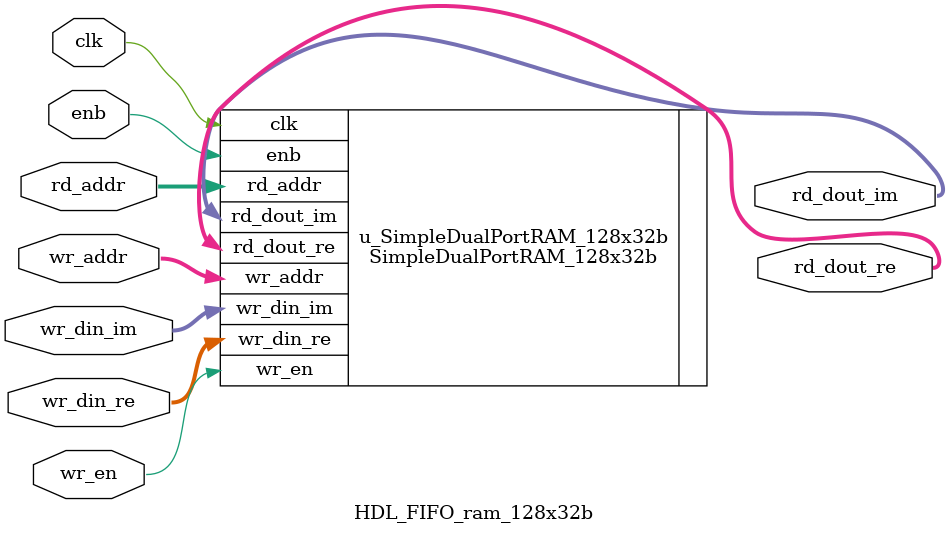
<source format=v>



`timescale 1 ns / 1 ns

module HDL_FIFO_ram_128x32b
          (
           clk,
           enb,
           wr_din_re,
           wr_din_im,
           wr_addr,
           wr_en,
           rd_addr,
           rd_dout_re,
           rd_dout_im
          );


  input   clk;
  input   enb;
  input   signed [15:0] wr_din_re;  // int16
  input   signed [15:0] wr_din_im;  // int16
  input   [6:0] wr_addr;  // ufix7
  input   wr_en;  // ufix1
  input   [6:0] rd_addr;  // ufix7
  output  signed [15:0] rd_dout_re;  // int16
  output  signed [15:0] rd_dout_im;  // int16




  SimpleDualPortRAM_128x32b   u_SimpleDualPortRAM_128x32b   (.clk(clk),
                                                             .enb(enb),
                                                             .wr_din_re(wr_din_re),  // int16
                                                             .wr_din_im(wr_din_im),  // int16
                                                             .wr_addr(wr_addr),  // ufix7
                                                             .wr_en(wr_en),  // ufix1
                                                             .rd_addr(rd_addr),  // ufix7
                                                             .rd_dout_re(rd_dout_re),  // int16
                                                             .rd_dout_im(rd_dout_im)  // int16
                                                             );

endmodule  // HDL_FIFO_ram_128x32b


</source>
